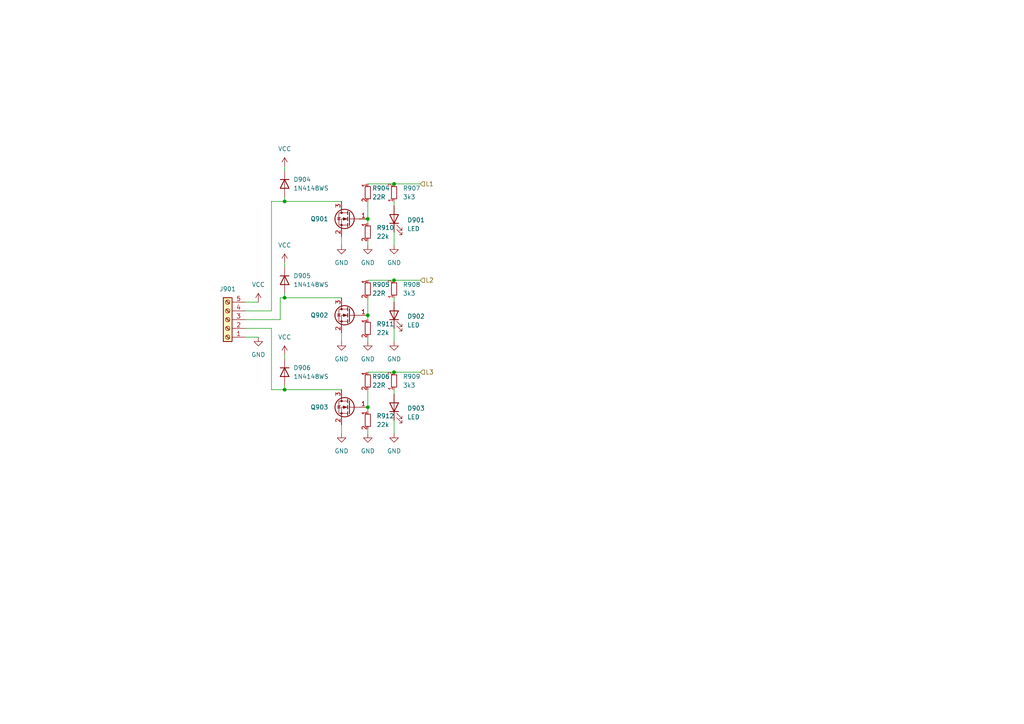
<source format=kicad_sch>
(kicad_sch (version 20230121) (generator eeschema)
  (paper "A4")
  (lib_symbols
    (symbol "Connector:Screw_Terminal_01x05" (pin_names (offset 1.016) hide)
      (property "Reference" "J" (at 0 7.62 0))
      (property "Value" "Screw_Terminal_01x05" (at 0 -7.62 0))
      (symbol "Screw_Terminal_01x05_1_1"
        (rectangle (start -1.27 6.35) (end 1.27 -6.35) (stroke (width 0.254)) (fill (type background)))
        (circle (center 0 -5.08) (radius 0.635) (stroke (width 0.1524)))
        (circle (center 0 -2.54) (radius 0.635) (stroke (width 0.1524)))
        (polyline (pts (xy -0.5334 -4.7498) (xy 0.3302 -5.588)) (stroke (width 0.1524)))
        (polyline (pts (xy -0.5334 -2.2098) (xy 0.3302 -3.048)) (stroke (width 0.1524)))
        (polyline (pts (xy -0.5334 0.3302) (xy 0.3302 -0.508)) (stroke (width 0.1524)))
        (polyline (pts (xy -0.5334 2.8702) (xy 0.3302 2.032)) (stroke (width 0.1524)))
        (polyline (pts (xy -0.5334 5.4102) (xy 0.3302 4.572)) (stroke (width 0.1524)))
        (polyline (pts (xy -0.3556 -4.572) (xy 0.508 -5.4102)) (stroke (width 0.1524)))
        (polyline (pts (xy -0.3556 -2.032) (xy 0.508 -2.8702)) (stroke (width 0.1524)))
        (polyline (pts (xy -0.3556 0.508) (xy 0.508 -0.3302)) (stroke (width 0.1524)))
        (polyline (pts (xy -0.3556 3.048) (xy 0.508 2.2098)) (stroke (width 0.1524)))
        (polyline (pts (xy -0.3556 5.588) (xy 0.508 4.7498)) (stroke (width 0.1524)))
        (circle (center 0 0) (radius 0.635) (stroke (width 0.1524)))
        (circle (center 0 2.54) (radius 0.635) (stroke (width 0.1524)))
        (circle (center 0 5.08) (radius 0.635) (stroke (width 0.1524)))
        (pin passive line (at -5.08 5.08 0) (length 3.81) (name "Pin_1") (number "1"))
        (pin passive line (at -5.08 2.54 0) (length 3.81) (name "Pin_2") (number "2"))
        (pin passive line (at -5.08 0 0) (length 3.81) (name "Pin_3") (number "3"))
        (pin passive line (at -5.08 -2.54 0) (length 3.81) (name "Pin_4") (number "4"))
        (pin passive line (at -5.08 -5.08 0) (length 3.81) (name "Pin_5") (number "5"))
      )
    )
    (symbol "custom_kicad_lib_sk:1N4148WS" (pin_numbers hide) (pin_names hide)
      (property "Reference" "D" (at 0 2.54 0))
      (property "Value" "1N4148WS" (at 0 -2.54 0))
      (symbol "1N4148WS_0_1"
        (polyline (pts (xy -1.27 1.27) (xy -1.27 -1.27)) (stroke (width 0.254)))
        (polyline (pts (xy 1.27 0) (xy -1.27 0)))
        (polyline (pts (xy 1.27 1.27) (xy 1.27 -1.27) (xy -1.27 0) (xy 1.27 1.27)) (stroke (width 0.254)))
      )
      (symbol "1N4148WS_1_1"
        (pin passive line (at -3.81 0 0) (length 2.54) (name "K") (number "1"))
        (pin passive line (at 3.81 0 180) (length 2.54) (name "A") (number "2"))
      )
    )
    (symbol "custom_kicad_lib_sk:AO3400A" (pin_names hide)
      (property "Reference" "Q" (at 5.08 1.905 0))
      (symbol "AO3400A_0_1"
        (polyline (pts (xy 0.254 0) (xy -2.54 0)))
        (polyline (pts (xy 0.254 1.905) (xy 0.254 -1.905)) (stroke (width 0.254)))
        (polyline (pts (xy 0.762 -1.27) (xy 0.762 -2.286)) (stroke (width 0.254)))
        (polyline (pts (xy 0.762 0.508) (xy 0.762 -0.508)) (stroke (width 0.254)))
        (polyline (pts (xy 0.762 2.286) (xy 0.762 1.27)) (stroke (width 0.254)))
        (polyline (pts (xy 2.54 2.54) (xy 2.54 1.778)))
        (polyline (pts (xy 2.54 -2.54) (xy 2.54 0) (xy 0.762 0)))
        (polyline (pts (xy 0.762 -1.778) (xy 3.302 -1.778) (xy 3.302 1.778) (xy 0.762 1.778)))
        (polyline (pts (xy 1.016 0) (xy 2.032 0.381) (xy 2.032 -0.381) (xy 1.016 0)) (fill (type outline)))
        (polyline (pts (xy 2.794 0.508) (xy 2.921 0.381) (xy 3.683 0.381) (xy 3.81 0.254)))
        (polyline (pts (xy 3.302 0.381) (xy 2.921 -0.254) (xy 3.683 -0.254) (xy 3.302 0.381)))
        (circle (center 1.651 0) (radius 2.794) (stroke (width 0.254)))
        (circle (center 2.54 -1.778) (radius 0.254) (fill (type outline)))
        (circle (center 2.54 1.778) (radius 0.254) (fill (type outline)))
      )
      (symbol "AO3400A_1_1"
        (pin input line (at -5.08 0 0) (length 2.54) (name "G") (number "1"))
        (pin passive line (at 2.54 -5.08 90) (length 2.54) (name "S") (number "2"))
        (pin passive line (at 2.54 5.08 270) (length 2.54) (name "D") (number "3"))
      )
    )
    (symbol "custom_kicad_lib_sk:LED" (pin_numbers hide) (pin_names (offset 1.016) hide)
      (property "Reference" "D" (at 0 2.54 0))
      (property "Value" "LED" (at 0 -2.54 0))
      (symbol "LED_0_1"
        (polyline (pts (xy -1.27 -1.27) (xy -1.27 1.27)) (stroke (width 0.254)))
        (polyline (pts (xy -1.27 0) (xy 1.27 0)))
        (polyline (pts (xy 1.27 -1.27) (xy 1.27 1.27) (xy -1.27 0) (xy 1.27 -1.27)) (stroke (width 0.254)))
        (polyline (pts (xy -3.048 -0.762) (xy -4.572 -2.286) (xy -3.81 -2.286) (xy -4.572 -2.286) (xy -4.572 -1.524)))
        (polyline (pts (xy -1.778 -0.762) (xy -3.302 -2.286) (xy -2.54 -2.286) (xy -3.302 -2.286) (xy -3.302 -1.524)))
      )
      (symbol "LED_1_1"
        (pin passive line (at -3.81 0 0) (length 2.54) (name "K") (number "1"))
        (pin passive line (at 3.81 0 180) (length 2.54) (name "A") (number "2"))
      )
    )
    (symbol "power:GND" (power) (pin_names (offset 0))
      (property "Value" "GND" (at 0 -3.81 0))
      (symbol "GND_0_1"
        (polyline (pts (xy 0 0) (xy 0 -1.27) (xy 1.27 -1.27) (xy 0 -2.54) (xy -1.27 -1.27) (xy 0 -1.27)))
      )
      (symbol "GND_1_1"
        (pin power_in line (at 0 0 270) (length 0) hide (name "GND") (number "1"))
      )
    )
    (symbol "power:VCC" (power) (pin_names (offset 0))
      (property "Value" "VCC" (at 0 3.81 0))
      (symbol "VCC_0_1"
        (polyline (pts (xy -0.762 1.27) (xy 0 2.54)))
        (polyline (pts (xy 0 0) (xy 0 2.54)))
        (polyline (pts (xy 0 2.54) (xy 0.762 1.27)))
      )
      (symbol "VCC_1_1"
        (pin power_in line (at 0 0 90) (length 0) hide (name "VCC") (number "1"))
      )
    )
    (symbol "resistors_0603:R_22R_0603"
      (property "Reference" "R" (at 1.27 2.54 0))
      (property "Value" "22R" (at 2.54 -2.54 0))
      (symbol "R_22R_0603_0_1"
        (rectangle (start -0.762 1.778) (end 0.762 -1.778) (stroke (width 0.2032)))
      )
      (symbol "R_22R_0603_1_1"
        (pin passive line (at 0 2.54 270) (length 0.762) (name "~") (number "1"))
        (pin passive line (at 0 -2.54 90) (length 0.762) (name "~") (number "2"))
      )
    )
    (symbol "resistors_0603:R_22k_0603"
      (property "Reference" "R" (at 1.27 2.54 0))
      (property "Value" "22k" (at 2.54 -2.54 0))
      (symbol "R_22k_0603_0_1"
        (rectangle (start -0.762 1.778) (end 0.762 -1.778) (stroke (width 0.2032)))
      )
      (symbol "R_22k_0603_1_1"
        (pin passive line (at 0 2.54 270) (length 0.762) (name "~") (number "1"))
        (pin passive line (at 0 -2.54 90) (length 0.762) (name "~") (number "2"))
      )
    )
    (symbol "resistors_0603:R_3k3_0603"
      (property "Reference" "R" (at 1.27 2.54 0))
      (property "Value" "3k3" (at 2.54 -2.54 0))
      (symbol "R_3k3_0603_0_1"
        (rectangle (start -0.762 1.778) (end 0.762 -1.778) (stroke (width 0.2032)))
      )
      (symbol "R_3k3_0603_1_1"
        (pin passive line (at 0 2.54 270) (length 0.762) (name "~") (number "1"))
        (pin passive line (at 0 -2.54 90) (length 0.762) (name "~") (number "2"))
      )
    )
  )
  (junction (at 114.3 81.28))
  (junction (at 106.68 118.11))
  (junction (at 114.3 107.95))
  (junction (at 82.55 58.42))
  (junction (at 106.68 91.44))
  (junction (at 82.55 113.03))
  (junction (at 82.55 86.36))
  (junction (at 106.68 63.5))
  (junction (at 114.3 53.34))
  (wire (pts (xy 114.3 95.25) (xy 114.3 99.06)))
  (wire (pts (xy 82.55 57.15) (xy 82.55 58.42)))
  (wire (pts (xy 78.74 58.42) (xy 82.55 58.42)))
  (wire (pts (xy 71.12 97.79) (xy 74.93 97.79)))
  (wire (pts (xy 106.68 58.42) (xy 106.68 63.5)))
  (wire (pts (xy 99.06 96.52) (xy 99.06 99.06)))
  (wire (pts (xy 71.12 92.71) (xy 81.28 92.71)))
  (wire (pts (xy 82.55 85.09) (xy 82.55 86.36)))
  (wire (pts (xy 106.68 125.73) (xy 106.68 124.46)))
  (wire (pts (xy 106.68 81.28) (xy 114.3 81.28)))
  (wire (pts (xy 81.28 92.71) (xy 81.28 86.36)))
  (wire (pts (xy 106.68 91.44) (xy 106.68 92.71)))
  (wire (pts (xy 71.12 95.25) (xy 78.74 95.25)))
  (wire (pts (xy 114.3 58.42) (xy 114.3 59.69)))
  (wire (pts (xy 114.3 121.92) (xy 114.3 125.73)))
  (wire (pts (xy 78.74 95.25) (xy 78.74 113.03)))
  (wire (pts (xy 106.68 86.36) (xy 106.68 91.44)))
  (wire (pts (xy 114.3 53.34) (xy 121.92 53.34)))
  (wire (pts (xy 82.55 58.42) (xy 99.06 58.42)))
  (wire (pts (xy 71.12 90.17) (xy 78.74 90.17)))
  (wire (pts (xy 82.55 111.76) (xy 82.55 113.03)))
  (wire (pts (xy 106.68 107.95) (xy 114.3 107.95)))
  (wire (pts (xy 81.28 86.36) (xy 82.55 86.36)))
  (wire (pts (xy 82.55 86.36) (xy 99.06 86.36)))
  (wire (pts (xy 99.06 68.58) (xy 99.06 71.12)))
  (wire (pts (xy 106.68 63.5) (xy 106.68 64.77)))
  (wire (pts (xy 114.3 86.36) (xy 114.3 87.63)))
  (wire (pts (xy 82.55 113.03) (xy 99.06 113.03)))
  (wire (pts (xy 106.68 118.11) (xy 106.68 119.38)))
  (wire (pts (xy 78.74 58.42) (xy 78.74 90.17)))
  (wire (pts (xy 114.3 107.95) (xy 121.92 107.95)))
  (wire (pts (xy 106.68 113.03) (xy 106.68 118.11)))
  (wire (pts (xy 106.68 53.34) (xy 114.3 53.34)))
  (wire (pts (xy 114.3 67.31) (xy 114.3 71.12)))
  (wire (pts (xy 114.3 81.28) (xy 121.92 81.28)))
  (wire (pts (xy 78.74 113.03) (xy 82.55 113.03)))
  (wire (pts (xy 82.55 76.2) (xy 82.55 77.47)))
  (wire (pts (xy 82.55 48.26) (xy 82.55 49.53)))
  (wire (pts (xy 106.68 71.12) (xy 106.68 69.85)))
  (wire (pts (xy 106.68 99.06) (xy 106.68 97.79)))
  (wire (pts (xy 99.06 123.19) (xy 99.06 125.73)))
  (wire (pts (xy 71.12 87.63) (xy 74.93 87.63)))
  (wire (pts (xy 114.3 113.03) (xy 114.3 114.3)))
  (wire (pts (xy 82.55 102.87) (xy 82.55 104.14)))
  (hierarchical_label "L1" (shape input) (at 121.92 53.34 0))
  (hierarchical_label "L2" (shape input) (at 121.92 81.28 0))
  (hierarchical_label "L3" (shape input) (at 121.92 107.95 0))
  (symbol (lib_id "power:VCC") (at 82.55 102.87 0) (unit 1)
    (property "Reference" "#PWR0912" (effects hide))
    (property "Value" "VCC" (at 82.55 97.79 0))
  )
  (symbol (lib_id "power:VCC") (at 82.55 76.2 0) (unit 1)
    (property "Reference" "#PWR0913" (effects hide))
    (property "Value" "VCC" (at 82.55 71.12 0))
  )
  (symbol (lib_id "resistors_0603:R_22R_0603") (at 106.68 83.82 0) (unit 1)
    (property "Reference" "R905" (at 107.95 82.55 0) (effects (justify left)))
    (property "Value" "22R" (at 107.95 85.09 0) (effects (justify left)))
    (property "Footprint" "custom_kicad_lib_sk:R_0603_smalltext" (effects hide))
    (property "JLCPCB Part#" "C23345" (effects hide))
  )
  (symbol (lib_id "power:GND") (at 114.3 71.12 0) (unit 1)
    (property "Reference" "#PWR0904" (effects hide))
    (property "Value" "GND" (at 114.3 76.2 0))
  )
  (symbol (lib_id "custom_kicad_lib_sk:1N4148WS") (at 82.55 53.34 270) (unit 1)
    (property "Reference" "D904" (at 85.09 52.07 90) (effects (justify left)))
    (property "Value" "1N4148WS" (at 85.09 54.61 90) (effects (justify left)))
    (property "Footprint" "Diode_SMD:D_SOD-323" (effects hide))
    (property "Datasheet" "https://www.vishay.com/docs/85751/1n4148ws.pdf" (effects hide))
    (property "Sim.Device" "D" (effects hide))
    (property "Sim.Pins" "1=K 2=A" (effects hide))
    (property "JLCPCB Part#" "C2128" (effects hide))
  )
  (symbol (lib_id "custom_kicad_lib_sk:LED") (at 114.3 118.11 90) (unit 1)
    (property "Reference" "D903" (at 118.11 118.4275 90) (effects (justify right)))
    (property "Value" "LED" (at 118.11 120.9675 90) (effects (justify right)))
    (property "Footprint" "LED_SMD:LED_0805_2012Metric_Pad1.15x1.40mm_HandSolder" (effects hide))
    (property "JLCPCB Part#" "C2296" (effects hide))
  )
  (symbol (lib_id "power:GND") (at 99.06 71.12 0) (unit 1)
    (property "Reference" "#PWR0903" (effects hide))
    (property "Value" "GND" (at 99.06 76.2 0))
  )
  (symbol (lib_id "resistors_0603:R_3k3_0603") (at 114.3 83.82 180) (unit 1)
    (property "Reference" "R908" (at 116.84 82.55 0) (effects (justify right)))
    (property "Value" "3k3" (at 116.84 85.09 0) (effects (justify right)))
    (property "Footprint" "custom_kicad_lib_sk:R_0603_smalltext" (effects hide))
    (property "JLCPCB Part#" "C22978" (effects hide))
  )
  (symbol (lib_id "power:GND") (at 106.68 99.06 0) (unit 1)
    (property "Reference" "#PWR0909" (effects hide))
    (property "Value" "GND" (at 106.68 104.14 0))
  )
  (symbol (lib_id "Connector:Screw_Terminal_01x05") (at 66.04 92.71 180) (unit 1)
    (property "Reference" "J901" (at 66.04 83.82 0))
    (property "Value" "Screw_Terminal_01x05" (effects hide))
    (property "Footprint" "TerminalBlock_Phoenix:TerminalBlock_Phoenix_MPT-0,5-5-2.54_1x05_P2.54mm_Horizontal" (effects hide))
  )
  (symbol (lib_id "custom_kicad_lib_sk:AO3400A") (at 101.6 63.5 0) (mirror y) (unit 1)
    (property "Reference" "Q901" (at 95.25 63.5 0) (effects (font (size 1.28 1.28)) (justify left)))
    (property "Value" "AO3400A" (effects hide))
    (property "Footprint" "Package_TO_SOT_SMD:SOT-23" (effects hide))
    (property "Datasheet" "http://www.aosmd.com/pdfs/datasheet/AO3400A.pdf" (effects hide))
    (property "JLCPCB Part#" "C20917" (effects hide))
  )
  (symbol (lib_id "resistors_0603:R_22k_0603") (at 106.68 95.25 0) (unit 1)
    (property "Reference" "R911" (at 109.22 93.98 0) (effects (justify left)))
    (property "Value" "22k" (at 109.22 96.52 0) (effects (justify left)))
    (property "Footprint" "custom_kicad_lib_sk:R_0603_smalltext" (effects hide))
    (property "JLCPCB Part#" "C31850" (effects hide))
  )
  (symbol (lib_id "custom_kicad_lib_sk:AO3400A") (at 101.6 118.11 0) (mirror y) (unit 1)
    (property "Reference" "Q903" (at 95.25 118.11 0) (effects (font (size 1.28 1.28)) (justify left)))
    (property "Value" "AO3400A" (effects hide))
    (property "Footprint" "Package_TO_SOT_SMD:SOT-23" (effects hide))
    (property "Datasheet" "http://www.aosmd.com/pdfs/datasheet/AO3400A.pdf" (effects hide))
    (property "JLCPCB Part#" "C20917" (effects hide))
  )
  (symbol (lib_id "resistors_0603:R_3k3_0603") (at 114.3 55.88 180) (unit 1)
    (property "Reference" "R907" (at 116.84 54.61 0) (effects (justify right)))
    (property "Value" "3k3" (at 116.84 57.15 0) (effects (justify right)))
    (property "Footprint" "custom_kicad_lib_sk:R_0603_smalltext" (effects hide))
    (property "JLCPCB Part#" "C22978" (effects hide))
  )
  (symbol (lib_id "resistors_0603:R_22R_0603") (at 106.68 55.88 0) (unit 1)
    (property "Reference" "R904" (at 107.95 54.61 0) (effects (justify left)))
    (property "Value" "22R" (at 107.95 57.15 0) (effects (justify left)))
    (property "Footprint" "custom_kicad_lib_sk:R_0603_smalltext" (effects hide))
    (property "JLCPCB Part#" "C23345" (effects hide))
  )
  (symbol (lib_id "custom_kicad_lib_sk:1N4148WS") (at 82.55 107.95 270) (unit 1)
    (property "Reference" "D906" (at 85.09 106.68 90) (effects (justify left)))
    (property "Value" "1N4148WS" (at 85.09 109.22 90) (effects (justify left)))
    (property "Footprint" "Diode_SMD:D_SOD-323" (effects hide))
    (property "Datasheet" "https://www.vishay.com/docs/85751/1n4148ws.pdf" (effects hide))
    (property "Sim.Device" "D" (effects hide))
    (property "Sim.Pins" "1=K 2=A" (effects hide))
    (property "JLCPCB Part#" "C2128" (effects hide))
  )
  (symbol (lib_id "custom_kicad_lib_sk:AO3400A") (at 101.6 91.44 0) (mirror y) (unit 1)
    (property "Reference" "Q902" (at 95.25 91.44 0) (effects (font (size 1.28 1.28)) (justify left)))
    (property "Value" "AO3400A" (effects hide))
    (property "Footprint" "Package_TO_SOT_SMD:SOT-23" (effects hide))
    (property "Datasheet" "http://www.aosmd.com/pdfs/datasheet/AO3400A.pdf" (effects hide))
    (property "JLCPCB Part#" "C20917" (effects hide))
  )
  (symbol (lib_id "resistors_0603:R_22k_0603") (at 106.68 121.92 0) (unit 1)
    (property "Reference" "R912" (at 109.22 120.65 0) (effects (justify left)))
    (property "Value" "22k" (at 109.22 123.19 0) (effects (justify left)))
    (property "Footprint" "custom_kicad_lib_sk:R_0603_smalltext" (effects hide))
    (property "JLCPCB Part#" "C31850" (effects hide))
  )
  (symbol (lib_id "custom_kicad_lib_sk:1N4148WS") (at 82.55 81.28 270) (unit 1)
    (property "Reference" "D905" (at 85.09 80.01 90) (effects (justify left)))
    (property "Value" "1N4148WS" (at 85.09 82.55 90) (effects (justify left)))
    (property "Footprint" "Diode_SMD:D_SOD-323" (effects hide))
    (property "Datasheet" "https://www.vishay.com/docs/85751/1n4148ws.pdf" (effects hide))
    (property "Sim.Device" "D" (effects hide))
    (property "Sim.Pins" "1=K 2=A" (effects hide))
    (property "JLCPCB Part#" "C2128" (effects hide))
  )
  (symbol (lib_id "power:GND") (at 74.93 97.79 0) (unit 1)
    (property "Reference" "#PWR0911" (effects hide))
    (property "Value" "GND" (at 74.93 102.87 0))
  )
  (symbol (lib_id "power:GND") (at 99.06 99.06 0) (unit 1)
    (property "Reference" "#PWR0902" (effects hide))
    (property "Value" "GND" (at 99.06 104.14 0))
  )
  (symbol (lib_id "resistors_0603:R_3k3_0603") (at 114.3 110.49 180) (unit 1)
    (property "Reference" "R909" (at 116.84 109.22 0) (effects (justify right)))
    (property "Value" "3k3" (at 116.84 111.76 0) (effects (justify right)))
    (property "Footprint" "custom_kicad_lib_sk:R_0603_smalltext" (effects hide))
    (property "JLCPCB Part#" "C22978" (effects hide))
  )
  (symbol (lib_id "power:VCC") (at 82.55 48.26 0) (unit 1)
    (property "Reference" "#PWR0914" (effects hide))
    (property "Value" "VCC" (at 82.55 43.18 0))
  )
  (symbol (lib_id "custom_kicad_lib_sk:LED") (at 114.3 63.5 90) (unit 1)
    (property "Reference" "D901" (at 118.11 63.8175 90) (effects (justify right)))
    (property "Value" "LED" (at 118.11 66.3575 90) (effects (justify right)))
    (property "Footprint" "LED_SMD:LED_0805_2012Metric_Pad1.15x1.40mm_HandSolder" (effects hide))
    (property "JLCPCB Part#" "C2296" (effects hide))
  )
  (symbol (lib_id "custom_kicad_lib_sk:LED") (at 114.3 91.44 90) (unit 1)
    (property "Reference" "D902" (at 118.11 91.7575 90) (effects (justify right)))
    (property "Value" "LED" (at 118.11 94.2975 90) (effects (justify right)))
    (property "Footprint" "LED_SMD:LED_0805_2012Metric_Pad1.15x1.40mm_HandSolder" (effects hide))
    (property "JLCPCB Part#" "C2296" (effects hide))
  )
  (symbol (lib_id "power:GND") (at 114.3 125.73 0) (unit 1)
    (property "Reference" "#PWR0906" (effects hide))
    (property "Value" "GND" (at 114.3 130.81 0))
  )
  (symbol (lib_id "power:GND") (at 114.3 99.06 0) (unit 1)
    (property "Reference" "#PWR0901" (effects hide))
    (property "Value" "GND" (at 114.3 104.14 0))
  )
  (symbol (lib_id "power:GND") (at 106.68 125.73 0) (unit 1)
    (property "Reference" "#PWR0910" (effects hide))
    (property "Value" "GND" (at 106.68 130.81 0))
  )
  (symbol (lib_id "resistors_0603:R_22R_0603") (at 106.68 110.49 0) (unit 1)
    (property "Reference" "R906" (at 107.95 109.22 0) (effects (justify left)))
    (property "Value" "22R" (at 107.95 111.76 0) (effects (justify left)))
    (property "Footprint" "custom_kicad_lib_sk:R_0603_smalltext" (effects hide))
    (property "JLCPCB Part#" "C23345" (effects hide))
  )
  (symbol (lib_id "power:GND") (at 99.06 125.73 0) (unit 1)
    (property "Reference" "#PWR0905" (effects hide))
    (property "Value" "GND" (at 99.06 130.81 0))
  )
  (symbol (lib_id "power:GND") (at 106.68 71.12 0) (unit 1)
    (property "Reference" "#PWR0908" (effects hide))
    (property "Value" "GND" (at 106.68 76.2 0))
  )
  (symbol (lib_id "resistors_0603:R_22k_0603") (at 106.68 67.31 0) (unit 1)
    (property "Reference" "R910" (at 109.22 66.04 0) (effects (justify left)))
    (property "Value" "22k" (at 109.22 68.58 0) (effects (justify left)))
    (property "Footprint" "custom_kicad_lib_sk:R_0603_smalltext" (effects hide))
    (property "JLCPCB Part#" "C31850" (effects hide))
  )
  (symbol (lib_id "power:VCC") (at 74.93 87.63 0) (unit 1)
    (property "Reference" "#PWR0907" (effects hide))
    (property "Value" "VCC" (at 74.93 82.55 0))
  )
)
</source>
